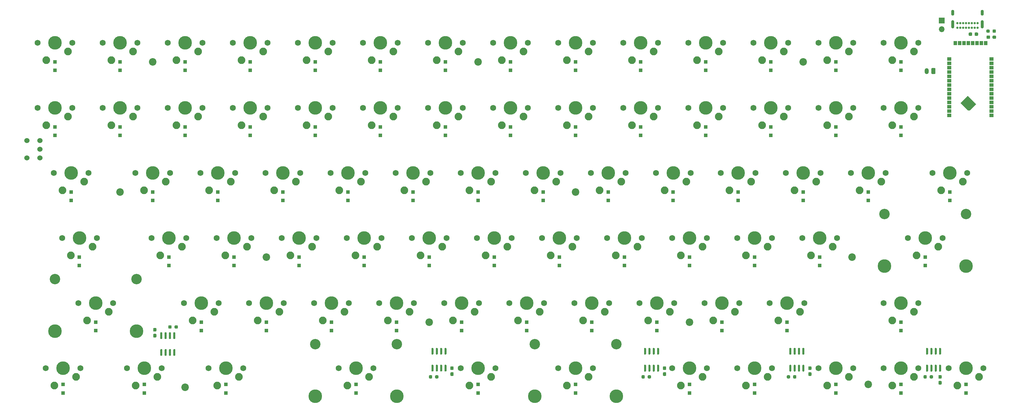
<source format=gbr>
%TF.GenerationSoftware,KiCad,Pcbnew,(5.1.9)-1*%
%TF.CreationDate,2021-08-25T16:21:07-05:00*%
%TF.ProjectId,Full_75,46756c6c-5f37-4352-9e6b-696361645f70,rev?*%
%TF.SameCoordinates,Original*%
%TF.FileFunction,Soldermask,Bot*%
%TF.FilePolarity,Negative*%
%FSLAX46Y46*%
G04 Gerber Fmt 4.6, Leading zero omitted, Abs format (unit mm)*
G04 Created by KiCad (PCBNEW (5.1.9)-1) date 2021-08-25 16:21:07*
%MOMM*%
%LPD*%
G01*
G04 APERTURE LIST*
%ADD10C,2.200000*%
%ADD11C,1.524000*%
%ADD12O,1.200000X1.750000*%
%ADD13C,3.987800*%
%ADD14C,3.048000*%
%ADD15C,1.750000*%
%ADD16C,2.250000*%
%ADD17O,0.900000X1.700000*%
%ADD18O,0.900000X2.400000*%
%ADD19C,0.650000*%
%ADD20C,0.100000*%
%ADD21R,1.200000X1.000000*%
%ADD22R,1.000000X1.200000*%
%ADD23O,1.700000X1.700000*%
%ADD24R,1.700000X1.700000*%
%ADD25R,1.000000X1.000000*%
G04 APERTURE END LIST*
D10*
%TO.C,REF\u002A\u002A*%
X101593472Y-96037579D03*
%TD*%
%TO.C,REF\u002A\u002A*%
X163501994Y-38891251D03*
%TD*%
%TO.C,REF\u002A\u002A*%
X68258114Y-38891251D03*
%TD*%
%TO.C,REF\u002A\u002A*%
X258745874Y-38891251D03*
%TD*%
%TO.C,REF\u002A\u002A*%
X192075158Y-76988803D03*
%TD*%
%TO.C,REF\u002A\u002A*%
X58733726Y-76988803D03*
%TD*%
%TO.C,REF\u002A\u002A*%
X273032456Y-96037579D03*
%TD*%
%TO.C,REF\u002A\u002A*%
X77782502Y-134135131D03*
%TD*%
%TO.C,REF\u002A\u002A*%
X149215412Y-115086355D03*
%TD*%
%TO.C,REF\u002A\u002A*%
X225410516Y-115086355D03*
%TD*%
%TO.C,REF\u002A\u002A*%
X277794650Y-133341432D03*
%TD*%
D11*
%TO.C,J2*%
X35240562Y-61910970D03*
X31481362Y-61910970D03*
X31481362Y-66990970D03*
X35240562Y-64450970D03*
X35240562Y-66990970D03*
%TD*%
D12*
%TO.C,J1*%
X294828562Y-41590970D03*
G36*
G01*
X297428562Y-40965969D02*
X297428562Y-42215971D01*
G75*
G02*
X297178563Y-42465970I-249999J0D01*
G01*
X296478561Y-42465970D01*
G75*
G02*
X296228562Y-42215971I0J249999D01*
G01*
X296228562Y-40965969D01*
G75*
G02*
X296478561Y-40715970I249999J0D01*
G01*
X297178563Y-40715970D01*
G75*
G02*
X297428562Y-40965969I0J-249999D01*
G01*
G37*
%TD*%
D13*
%TO.C,MX93*%
X306401706Y-98737298D03*
X282525706Y-98737298D03*
D14*
X306401706Y-83497298D03*
X282525706Y-83497298D03*
D15*
X289383706Y-90482298D03*
X299543706Y-90482298D03*
D16*
X298273706Y-93022298D03*
D13*
X294463706Y-90482298D03*
D16*
X291923706Y-95562298D03*
%TD*%
D13*
%TO.C,MX45*%
X139725222Y-136834850D03*
X115849222Y-136834850D03*
D14*
X139725222Y-121594850D03*
X115849222Y-121594850D03*
D15*
X122707222Y-128579850D03*
X132867222Y-128579850D03*
D16*
X131597222Y-131119850D03*
D13*
X127787222Y-128579850D03*
D16*
X125247222Y-133659850D03*
%TD*%
D15*
%TO.C,MX33*%
X60797782Y-128579850D03*
X70957782Y-128579850D03*
D16*
X69687782Y-131119850D03*
D13*
X65877782Y-128579850D03*
D16*
X63337782Y-133659850D03*
%TD*%
D17*
%TO.C,USB1*%
X311145562Y-24530970D03*
X302495562Y-24530970D03*
D18*
X311145562Y-27910970D03*
X302495562Y-27910970D03*
D19*
X309800562Y-27565970D03*
X308950562Y-27565970D03*
X308100562Y-27565970D03*
X307250562Y-27565970D03*
X306400562Y-27565970D03*
X305550562Y-27565970D03*
X304700562Y-27565970D03*
X303845562Y-27565970D03*
X309795562Y-28890970D03*
X308945562Y-28890970D03*
X308095562Y-28890970D03*
X307245562Y-28890970D03*
X306395562Y-28890970D03*
X304695562Y-28890970D03*
X303845562Y-28890970D03*
X305545562Y-28890970D03*
%TD*%
%TO.C,U6*%
G36*
G01*
X298915562Y-124610970D02*
X298615562Y-124610970D01*
G75*
G02*
X298465562Y-124460970I0J150000D01*
G01*
X298465562Y-122810970D01*
G75*
G02*
X298615562Y-122660970I150000J0D01*
G01*
X298915562Y-122660970D01*
G75*
G02*
X299065562Y-122810970I0J-150000D01*
G01*
X299065562Y-124460970D01*
G75*
G02*
X298915562Y-124610970I-150000J0D01*
G01*
G37*
G36*
G01*
X297645562Y-124610970D02*
X297345562Y-124610970D01*
G75*
G02*
X297195562Y-124460970I0J150000D01*
G01*
X297195562Y-122810970D01*
G75*
G02*
X297345562Y-122660970I150000J0D01*
G01*
X297645562Y-122660970D01*
G75*
G02*
X297795562Y-122810970I0J-150000D01*
G01*
X297795562Y-124460970D01*
G75*
G02*
X297645562Y-124610970I-150000J0D01*
G01*
G37*
G36*
G01*
X296375562Y-124610970D02*
X296075562Y-124610970D01*
G75*
G02*
X295925562Y-124460970I0J150000D01*
G01*
X295925562Y-122810970D01*
G75*
G02*
X296075562Y-122660970I150000J0D01*
G01*
X296375562Y-122660970D01*
G75*
G02*
X296525562Y-122810970I0J-150000D01*
G01*
X296525562Y-124460970D01*
G75*
G02*
X296375562Y-124610970I-150000J0D01*
G01*
G37*
G36*
G01*
X295105562Y-124610970D02*
X294805562Y-124610970D01*
G75*
G02*
X294655562Y-124460970I0J150000D01*
G01*
X294655562Y-122810970D01*
G75*
G02*
X294805562Y-122660970I150000J0D01*
G01*
X295105562Y-122660970D01*
G75*
G02*
X295255562Y-122810970I0J-150000D01*
G01*
X295255562Y-124460970D01*
G75*
G02*
X295105562Y-124610970I-150000J0D01*
G01*
G37*
G36*
G01*
X295105562Y-129560970D02*
X294805562Y-129560970D01*
G75*
G02*
X294655562Y-129410970I0J150000D01*
G01*
X294655562Y-127760970D01*
G75*
G02*
X294805562Y-127610970I150000J0D01*
G01*
X295105562Y-127610970D01*
G75*
G02*
X295255562Y-127760970I0J-150000D01*
G01*
X295255562Y-129410970D01*
G75*
G02*
X295105562Y-129560970I-150000J0D01*
G01*
G37*
G36*
G01*
X296375562Y-129560970D02*
X296075562Y-129560970D01*
G75*
G02*
X295925562Y-129410970I0J150000D01*
G01*
X295925562Y-127760970D01*
G75*
G02*
X296075562Y-127610970I150000J0D01*
G01*
X296375562Y-127610970D01*
G75*
G02*
X296525562Y-127760970I0J-150000D01*
G01*
X296525562Y-129410970D01*
G75*
G02*
X296375562Y-129560970I-150000J0D01*
G01*
G37*
G36*
G01*
X297645562Y-129560970D02*
X297345562Y-129560970D01*
G75*
G02*
X297195562Y-129410970I0J150000D01*
G01*
X297195562Y-127760970D01*
G75*
G02*
X297345562Y-127610970I150000J0D01*
G01*
X297645562Y-127610970D01*
G75*
G02*
X297795562Y-127760970I0J-150000D01*
G01*
X297795562Y-129410970D01*
G75*
G02*
X297645562Y-129560970I-150000J0D01*
G01*
G37*
G36*
G01*
X298915562Y-129560970D02*
X298615562Y-129560970D01*
G75*
G02*
X298465562Y-129410970I0J150000D01*
G01*
X298465562Y-127760970D01*
G75*
G02*
X298615562Y-127610970I150000J0D01*
G01*
X298915562Y-127610970D01*
G75*
G02*
X299065562Y-127760970I0J-150000D01*
G01*
X299065562Y-129410970D01*
G75*
G02*
X298915562Y-129560970I-150000J0D01*
G01*
G37*
%TD*%
%TO.C,U5*%
G36*
G01*
X258910562Y-124610970D02*
X258610562Y-124610970D01*
G75*
G02*
X258460562Y-124460970I0J150000D01*
G01*
X258460562Y-122810970D01*
G75*
G02*
X258610562Y-122660970I150000J0D01*
G01*
X258910562Y-122660970D01*
G75*
G02*
X259060562Y-122810970I0J-150000D01*
G01*
X259060562Y-124460970D01*
G75*
G02*
X258910562Y-124610970I-150000J0D01*
G01*
G37*
G36*
G01*
X257640562Y-124610970D02*
X257340562Y-124610970D01*
G75*
G02*
X257190562Y-124460970I0J150000D01*
G01*
X257190562Y-122810970D01*
G75*
G02*
X257340562Y-122660970I150000J0D01*
G01*
X257640562Y-122660970D01*
G75*
G02*
X257790562Y-122810970I0J-150000D01*
G01*
X257790562Y-124460970D01*
G75*
G02*
X257640562Y-124610970I-150000J0D01*
G01*
G37*
G36*
G01*
X256370562Y-124610970D02*
X256070562Y-124610970D01*
G75*
G02*
X255920562Y-124460970I0J150000D01*
G01*
X255920562Y-122810970D01*
G75*
G02*
X256070562Y-122660970I150000J0D01*
G01*
X256370562Y-122660970D01*
G75*
G02*
X256520562Y-122810970I0J-150000D01*
G01*
X256520562Y-124460970D01*
G75*
G02*
X256370562Y-124610970I-150000J0D01*
G01*
G37*
G36*
G01*
X255100562Y-124610970D02*
X254800562Y-124610970D01*
G75*
G02*
X254650562Y-124460970I0J150000D01*
G01*
X254650562Y-122810970D01*
G75*
G02*
X254800562Y-122660970I150000J0D01*
G01*
X255100562Y-122660970D01*
G75*
G02*
X255250562Y-122810970I0J-150000D01*
G01*
X255250562Y-124460970D01*
G75*
G02*
X255100562Y-124610970I-150000J0D01*
G01*
G37*
G36*
G01*
X255100562Y-129560970D02*
X254800562Y-129560970D01*
G75*
G02*
X254650562Y-129410970I0J150000D01*
G01*
X254650562Y-127760970D01*
G75*
G02*
X254800562Y-127610970I150000J0D01*
G01*
X255100562Y-127610970D01*
G75*
G02*
X255250562Y-127760970I0J-150000D01*
G01*
X255250562Y-129410970D01*
G75*
G02*
X255100562Y-129560970I-150000J0D01*
G01*
G37*
G36*
G01*
X256370562Y-129560970D02*
X256070562Y-129560970D01*
G75*
G02*
X255920562Y-129410970I0J150000D01*
G01*
X255920562Y-127760970D01*
G75*
G02*
X256070562Y-127610970I150000J0D01*
G01*
X256370562Y-127610970D01*
G75*
G02*
X256520562Y-127760970I0J-150000D01*
G01*
X256520562Y-129410970D01*
G75*
G02*
X256370562Y-129560970I-150000J0D01*
G01*
G37*
G36*
G01*
X257640562Y-129560970D02*
X257340562Y-129560970D01*
G75*
G02*
X257190562Y-129410970I0J150000D01*
G01*
X257190562Y-127760970D01*
G75*
G02*
X257340562Y-127610970I150000J0D01*
G01*
X257640562Y-127610970D01*
G75*
G02*
X257790562Y-127760970I0J-150000D01*
G01*
X257790562Y-129410970D01*
G75*
G02*
X257640562Y-129560970I-150000J0D01*
G01*
G37*
G36*
G01*
X258910562Y-129560970D02*
X258610562Y-129560970D01*
G75*
G02*
X258460562Y-129410970I0J150000D01*
G01*
X258460562Y-127760970D01*
G75*
G02*
X258610562Y-127610970I150000J0D01*
G01*
X258910562Y-127610970D01*
G75*
G02*
X259060562Y-127760970I0J-150000D01*
G01*
X259060562Y-129410970D01*
G75*
G02*
X258910562Y-129560970I-150000J0D01*
G01*
G37*
%TD*%
%TO.C,U4*%
G36*
G01*
X216365562Y-124610970D02*
X216065562Y-124610970D01*
G75*
G02*
X215915562Y-124460970I0J150000D01*
G01*
X215915562Y-122810970D01*
G75*
G02*
X216065562Y-122660970I150000J0D01*
G01*
X216365562Y-122660970D01*
G75*
G02*
X216515562Y-122810970I0J-150000D01*
G01*
X216515562Y-124460970D01*
G75*
G02*
X216365562Y-124610970I-150000J0D01*
G01*
G37*
G36*
G01*
X215095562Y-124610970D02*
X214795562Y-124610970D01*
G75*
G02*
X214645562Y-124460970I0J150000D01*
G01*
X214645562Y-122810970D01*
G75*
G02*
X214795562Y-122660970I150000J0D01*
G01*
X215095562Y-122660970D01*
G75*
G02*
X215245562Y-122810970I0J-150000D01*
G01*
X215245562Y-124460970D01*
G75*
G02*
X215095562Y-124610970I-150000J0D01*
G01*
G37*
G36*
G01*
X213825562Y-124610970D02*
X213525562Y-124610970D01*
G75*
G02*
X213375562Y-124460970I0J150000D01*
G01*
X213375562Y-122810970D01*
G75*
G02*
X213525562Y-122660970I150000J0D01*
G01*
X213825562Y-122660970D01*
G75*
G02*
X213975562Y-122810970I0J-150000D01*
G01*
X213975562Y-124460970D01*
G75*
G02*
X213825562Y-124610970I-150000J0D01*
G01*
G37*
G36*
G01*
X212555562Y-124610970D02*
X212255562Y-124610970D01*
G75*
G02*
X212105562Y-124460970I0J150000D01*
G01*
X212105562Y-122810970D01*
G75*
G02*
X212255562Y-122660970I150000J0D01*
G01*
X212555562Y-122660970D01*
G75*
G02*
X212705562Y-122810970I0J-150000D01*
G01*
X212705562Y-124460970D01*
G75*
G02*
X212555562Y-124610970I-150000J0D01*
G01*
G37*
G36*
G01*
X212555562Y-129560970D02*
X212255562Y-129560970D01*
G75*
G02*
X212105562Y-129410970I0J150000D01*
G01*
X212105562Y-127760970D01*
G75*
G02*
X212255562Y-127610970I150000J0D01*
G01*
X212555562Y-127610970D01*
G75*
G02*
X212705562Y-127760970I0J-150000D01*
G01*
X212705562Y-129410970D01*
G75*
G02*
X212555562Y-129560970I-150000J0D01*
G01*
G37*
G36*
G01*
X213825562Y-129560970D02*
X213525562Y-129560970D01*
G75*
G02*
X213375562Y-129410970I0J150000D01*
G01*
X213375562Y-127760970D01*
G75*
G02*
X213525562Y-127610970I150000J0D01*
G01*
X213825562Y-127610970D01*
G75*
G02*
X213975562Y-127760970I0J-150000D01*
G01*
X213975562Y-129410970D01*
G75*
G02*
X213825562Y-129560970I-150000J0D01*
G01*
G37*
G36*
G01*
X215095562Y-129560970D02*
X214795562Y-129560970D01*
G75*
G02*
X214645562Y-129410970I0J150000D01*
G01*
X214645562Y-127760970D01*
G75*
G02*
X214795562Y-127610970I150000J0D01*
G01*
X215095562Y-127610970D01*
G75*
G02*
X215245562Y-127760970I0J-150000D01*
G01*
X215245562Y-129410970D01*
G75*
G02*
X215095562Y-129560970I-150000J0D01*
G01*
G37*
G36*
G01*
X216365562Y-129560970D02*
X216065562Y-129560970D01*
G75*
G02*
X215915562Y-129410970I0J150000D01*
G01*
X215915562Y-127760970D01*
G75*
G02*
X216065562Y-127610970I150000J0D01*
G01*
X216365562Y-127610970D01*
G75*
G02*
X216515562Y-127760970I0J-150000D01*
G01*
X216515562Y-129410970D01*
G75*
G02*
X216365562Y-129560970I-150000J0D01*
G01*
G37*
%TD*%
%TO.C,U3*%
G36*
G01*
X154127606Y-124604238D02*
X153827606Y-124604238D01*
G75*
G02*
X153677606Y-124454238I0J150000D01*
G01*
X153677606Y-122804238D01*
G75*
G02*
X153827606Y-122654238I150000J0D01*
G01*
X154127606Y-122654238D01*
G75*
G02*
X154277606Y-122804238I0J-150000D01*
G01*
X154277606Y-124454238D01*
G75*
G02*
X154127606Y-124604238I-150000J0D01*
G01*
G37*
G36*
G01*
X152857606Y-124604238D02*
X152557606Y-124604238D01*
G75*
G02*
X152407606Y-124454238I0J150000D01*
G01*
X152407606Y-122804238D01*
G75*
G02*
X152557606Y-122654238I150000J0D01*
G01*
X152857606Y-122654238D01*
G75*
G02*
X153007606Y-122804238I0J-150000D01*
G01*
X153007606Y-124454238D01*
G75*
G02*
X152857606Y-124604238I-150000J0D01*
G01*
G37*
G36*
G01*
X151587606Y-124604238D02*
X151287606Y-124604238D01*
G75*
G02*
X151137606Y-124454238I0J150000D01*
G01*
X151137606Y-122804238D01*
G75*
G02*
X151287606Y-122654238I150000J0D01*
G01*
X151587606Y-122654238D01*
G75*
G02*
X151737606Y-122804238I0J-150000D01*
G01*
X151737606Y-124454238D01*
G75*
G02*
X151587606Y-124604238I-150000J0D01*
G01*
G37*
G36*
G01*
X150317606Y-124604238D02*
X150017606Y-124604238D01*
G75*
G02*
X149867606Y-124454238I0J150000D01*
G01*
X149867606Y-122804238D01*
G75*
G02*
X150017606Y-122654238I150000J0D01*
G01*
X150317606Y-122654238D01*
G75*
G02*
X150467606Y-122804238I0J-150000D01*
G01*
X150467606Y-124454238D01*
G75*
G02*
X150317606Y-124604238I-150000J0D01*
G01*
G37*
G36*
G01*
X150317606Y-129554238D02*
X150017606Y-129554238D01*
G75*
G02*
X149867606Y-129404238I0J150000D01*
G01*
X149867606Y-127754238D01*
G75*
G02*
X150017606Y-127604238I150000J0D01*
G01*
X150317606Y-127604238D01*
G75*
G02*
X150467606Y-127754238I0J-150000D01*
G01*
X150467606Y-129404238D01*
G75*
G02*
X150317606Y-129554238I-150000J0D01*
G01*
G37*
G36*
G01*
X151587606Y-129554238D02*
X151287606Y-129554238D01*
G75*
G02*
X151137606Y-129404238I0J150000D01*
G01*
X151137606Y-127754238D01*
G75*
G02*
X151287606Y-127604238I150000J0D01*
G01*
X151587606Y-127604238D01*
G75*
G02*
X151737606Y-127754238I0J-150000D01*
G01*
X151737606Y-129404238D01*
G75*
G02*
X151587606Y-129554238I-150000J0D01*
G01*
G37*
G36*
G01*
X152857606Y-129554238D02*
X152557606Y-129554238D01*
G75*
G02*
X152407606Y-129404238I0J150000D01*
G01*
X152407606Y-127754238D01*
G75*
G02*
X152557606Y-127604238I150000J0D01*
G01*
X152857606Y-127604238D01*
G75*
G02*
X153007606Y-127754238I0J-150000D01*
G01*
X153007606Y-129404238D01*
G75*
G02*
X152857606Y-129554238I-150000J0D01*
G01*
G37*
G36*
G01*
X154127606Y-129554238D02*
X153827606Y-129554238D01*
G75*
G02*
X153677606Y-129404238I0J150000D01*
G01*
X153677606Y-127754238D01*
G75*
G02*
X153827606Y-127604238I150000J0D01*
G01*
X154127606Y-127604238D01*
G75*
G02*
X154277606Y-127754238I0J-150000D01*
G01*
X154277606Y-129404238D01*
G75*
G02*
X154127606Y-129554238I-150000J0D01*
G01*
G37*
%TD*%
%TO.C,U2*%
G36*
G01*
X70650562Y-123029850D02*
X70950562Y-123029850D01*
G75*
G02*
X71100562Y-123179850I0J-150000D01*
G01*
X71100562Y-124829850D01*
G75*
G02*
X70950562Y-124979850I-150000J0D01*
G01*
X70650562Y-124979850D01*
G75*
G02*
X70500562Y-124829850I0J150000D01*
G01*
X70500562Y-123179850D01*
G75*
G02*
X70650562Y-123029850I150000J0D01*
G01*
G37*
G36*
G01*
X71920562Y-123029850D02*
X72220562Y-123029850D01*
G75*
G02*
X72370562Y-123179850I0J-150000D01*
G01*
X72370562Y-124829850D01*
G75*
G02*
X72220562Y-124979850I-150000J0D01*
G01*
X71920562Y-124979850D01*
G75*
G02*
X71770562Y-124829850I0J150000D01*
G01*
X71770562Y-123179850D01*
G75*
G02*
X71920562Y-123029850I150000J0D01*
G01*
G37*
G36*
G01*
X73190562Y-123029850D02*
X73490562Y-123029850D01*
G75*
G02*
X73640562Y-123179850I0J-150000D01*
G01*
X73640562Y-124829850D01*
G75*
G02*
X73490562Y-124979850I-150000J0D01*
G01*
X73190562Y-124979850D01*
G75*
G02*
X73040562Y-124829850I0J150000D01*
G01*
X73040562Y-123179850D01*
G75*
G02*
X73190562Y-123029850I150000J0D01*
G01*
G37*
G36*
G01*
X74460562Y-123029850D02*
X74760562Y-123029850D01*
G75*
G02*
X74910562Y-123179850I0J-150000D01*
G01*
X74910562Y-124829850D01*
G75*
G02*
X74760562Y-124979850I-150000J0D01*
G01*
X74460562Y-124979850D01*
G75*
G02*
X74310562Y-124829850I0J150000D01*
G01*
X74310562Y-123179850D01*
G75*
G02*
X74460562Y-123029850I150000J0D01*
G01*
G37*
G36*
G01*
X74460562Y-118079850D02*
X74760562Y-118079850D01*
G75*
G02*
X74910562Y-118229850I0J-150000D01*
G01*
X74910562Y-119879850D01*
G75*
G02*
X74760562Y-120029850I-150000J0D01*
G01*
X74460562Y-120029850D01*
G75*
G02*
X74310562Y-119879850I0J150000D01*
G01*
X74310562Y-118229850D01*
G75*
G02*
X74460562Y-118079850I150000J0D01*
G01*
G37*
G36*
G01*
X73190562Y-118079850D02*
X73490562Y-118079850D01*
G75*
G02*
X73640562Y-118229850I0J-150000D01*
G01*
X73640562Y-119879850D01*
G75*
G02*
X73490562Y-120029850I-150000J0D01*
G01*
X73190562Y-120029850D01*
G75*
G02*
X73040562Y-119879850I0J150000D01*
G01*
X73040562Y-118229850D01*
G75*
G02*
X73190562Y-118079850I150000J0D01*
G01*
G37*
G36*
G01*
X71920562Y-118079850D02*
X72220562Y-118079850D01*
G75*
G02*
X72370562Y-118229850I0J-150000D01*
G01*
X72370562Y-119879850D01*
G75*
G02*
X72220562Y-120029850I-150000J0D01*
G01*
X71920562Y-120029850D01*
G75*
G02*
X71770562Y-119879850I0J150000D01*
G01*
X71770562Y-118229850D01*
G75*
G02*
X71920562Y-118079850I150000J0D01*
G01*
G37*
G36*
G01*
X70650562Y-118079850D02*
X70950562Y-118079850D01*
G75*
G02*
X71100562Y-118229850I0J-150000D01*
G01*
X71100562Y-119879850D01*
G75*
G02*
X70950562Y-120029850I-150000J0D01*
G01*
X70650562Y-120029850D01*
G75*
G02*
X70500562Y-119879850I0J150000D01*
G01*
X70500562Y-118229850D01*
G75*
G02*
X70650562Y-118079850I150000J0D01*
G01*
G37*
%TD*%
D20*
%TO.C,U1*%
G36*
X309315611Y-51305368D02*
G01*
X309315608Y-51305377D01*
X309315604Y-51305386D01*
X309315597Y-51305393D01*
X307525597Y-53105393D01*
X307525590Y-53105399D01*
X307525581Y-53105404D01*
X307525572Y-53105407D01*
X307525562Y-53105408D01*
X306855562Y-53105408D01*
X306855552Y-53105407D01*
X306855543Y-53105404D01*
X306855534Y-53105400D01*
X304735520Y-50985386D01*
X304735516Y-50985377D01*
X304735513Y-50985368D01*
X304735512Y-50985358D01*
X304735513Y-50985348D01*
X304735516Y-50985339D01*
X304735520Y-50985330D01*
X304735527Y-50985323D01*
X306855527Y-48855323D01*
X306855534Y-48855316D01*
X306855543Y-48855312D01*
X306855552Y-48855309D01*
X306855562Y-48855308D01*
X306855572Y-48855309D01*
X306855581Y-48855312D01*
X306855590Y-48855316D01*
X306855597Y-48855323D01*
X309315597Y-51305323D01*
X309315604Y-51305330D01*
X309315608Y-51305339D01*
X309315611Y-51305348D01*
X309315612Y-51305358D01*
X309315611Y-51305368D01*
G37*
D21*
X313835562Y-38110558D03*
X313835562Y-39380558D03*
X313835562Y-40650558D03*
X313835562Y-41920558D03*
X313835562Y-43190558D03*
X313835562Y-44460558D03*
X313835562Y-45730558D03*
X313835562Y-47000558D03*
X313835562Y-48270558D03*
X313835562Y-49540558D03*
X313835562Y-50810558D03*
X313835562Y-52080558D03*
X313835562Y-53350558D03*
X313835562Y-54620558D03*
X301495562Y-38099258D03*
X301495562Y-39369258D03*
X301495562Y-40639258D03*
X301495562Y-41909258D03*
X301495562Y-43179258D03*
X301495562Y-44449258D03*
X301495562Y-45719258D03*
X301495562Y-46989258D03*
X301495562Y-48259258D03*
X301495562Y-49529258D03*
X301495562Y-50799258D03*
X301495562Y-52069258D03*
X301495562Y-53339258D03*
X301495562Y-54609258D03*
D22*
X303210562Y-33435358D03*
X304480562Y-33435358D03*
X305750562Y-33435358D03*
X307020562Y-33435358D03*
X308290562Y-33435358D03*
X309560562Y-33435358D03*
X310830562Y-33435358D03*
X312100562Y-33435358D03*
%TD*%
D23*
%TO.C,SW1*%
X299224523Y-29366863D03*
D24*
X299224523Y-26826863D03*
%TD*%
%TO.C,R8*%
G36*
G01*
X295738062Y-131363470D02*
X295738062Y-130888470D01*
G75*
G02*
X295975562Y-130650970I237500J0D01*
G01*
X296475562Y-130650970D01*
G75*
G02*
X296713062Y-130888470I0J-237500D01*
G01*
X296713062Y-131363470D01*
G75*
G02*
X296475562Y-131600970I-237500J0D01*
G01*
X295975562Y-131600970D01*
G75*
G02*
X295738062Y-131363470I0J237500D01*
G01*
G37*
G36*
G01*
X293913062Y-131363470D02*
X293913062Y-130888470D01*
G75*
G02*
X294150562Y-130650970I237500J0D01*
G01*
X294650562Y-130650970D01*
G75*
G02*
X294888062Y-130888470I0J-237500D01*
G01*
X294888062Y-131363470D01*
G75*
G02*
X294650562Y-131600970I-237500J0D01*
G01*
X294150562Y-131600970D01*
G75*
G02*
X293913062Y-131363470I0J237500D01*
G01*
G37*
%TD*%
%TO.C,R7*%
G36*
G01*
X255733062Y-131363470D02*
X255733062Y-130888470D01*
G75*
G02*
X255970562Y-130650970I237500J0D01*
G01*
X256470562Y-130650970D01*
G75*
G02*
X256708062Y-130888470I0J-237500D01*
G01*
X256708062Y-131363470D01*
G75*
G02*
X256470562Y-131600970I-237500J0D01*
G01*
X255970562Y-131600970D01*
G75*
G02*
X255733062Y-131363470I0J237500D01*
G01*
G37*
G36*
G01*
X253908062Y-131363470D02*
X253908062Y-130888470D01*
G75*
G02*
X254145562Y-130650970I237500J0D01*
G01*
X254645562Y-130650970D01*
G75*
G02*
X254883062Y-130888470I0J-237500D01*
G01*
X254883062Y-131363470D01*
G75*
G02*
X254645562Y-131600970I-237500J0D01*
G01*
X254145562Y-131600970D01*
G75*
G02*
X253908062Y-131363470I0J237500D01*
G01*
G37*
%TD*%
%TO.C,R6*%
G36*
G01*
X213188062Y-131363470D02*
X213188062Y-130888470D01*
G75*
G02*
X213425562Y-130650970I237500J0D01*
G01*
X213925562Y-130650970D01*
G75*
G02*
X214163062Y-130888470I0J-237500D01*
G01*
X214163062Y-131363470D01*
G75*
G02*
X213925562Y-131600970I-237500J0D01*
G01*
X213425562Y-131600970D01*
G75*
G02*
X213188062Y-131363470I0J237500D01*
G01*
G37*
G36*
G01*
X211363062Y-131363470D02*
X211363062Y-130888470D01*
G75*
G02*
X211600562Y-130650970I237500J0D01*
G01*
X212100562Y-130650970D01*
G75*
G02*
X212338062Y-130888470I0J-237500D01*
G01*
X212338062Y-131363470D01*
G75*
G02*
X212100562Y-131600970I-237500J0D01*
G01*
X211600562Y-131600970D01*
G75*
G02*
X211363062Y-131363470I0J237500D01*
G01*
G37*
%TD*%
%TO.C,R5*%
G36*
G01*
X150958062Y-131363470D02*
X150958062Y-130888470D01*
G75*
G02*
X151195562Y-130650970I237500J0D01*
G01*
X151695562Y-130650970D01*
G75*
G02*
X151933062Y-130888470I0J-237500D01*
G01*
X151933062Y-131363470D01*
G75*
G02*
X151695562Y-131600970I-237500J0D01*
G01*
X151195562Y-131600970D01*
G75*
G02*
X150958062Y-131363470I0J237500D01*
G01*
G37*
G36*
G01*
X149133062Y-131363470D02*
X149133062Y-130888470D01*
G75*
G02*
X149370562Y-130650970I237500J0D01*
G01*
X149870562Y-130650970D01*
G75*
G02*
X150108062Y-130888470I0J-237500D01*
G01*
X150108062Y-131363470D01*
G75*
G02*
X149870562Y-131600970I-237500J0D01*
G01*
X149370562Y-131600970D01*
G75*
G02*
X149133062Y-131363470I0J237500D01*
G01*
G37*
%TD*%
%TO.C,R4*%
G36*
G01*
X73828062Y-116283470D02*
X73828062Y-116758470D01*
G75*
G02*
X73590562Y-116995970I-237500J0D01*
G01*
X73090562Y-116995970D01*
G75*
G02*
X72853062Y-116758470I0J237500D01*
G01*
X72853062Y-116283470D01*
G75*
G02*
X73090562Y-116045970I237500J0D01*
G01*
X73590562Y-116045970D01*
G75*
G02*
X73828062Y-116283470I0J-237500D01*
G01*
G37*
G36*
G01*
X75653062Y-116283470D02*
X75653062Y-116758470D01*
G75*
G02*
X75415562Y-116995970I-237500J0D01*
G01*
X74915562Y-116995970D01*
G75*
G02*
X74678062Y-116758470I0J237500D01*
G01*
X74678062Y-116283470D01*
G75*
G02*
X74915562Y-116045970I237500J0D01*
G01*
X75415562Y-116045970D01*
G75*
G02*
X75653062Y-116283470I0J-237500D01*
G01*
G37*
%TD*%
%TO.C,R3*%
G36*
G01*
X314153062Y-30144470D02*
X314153062Y-29669470D01*
G75*
G02*
X314390562Y-29431970I237500J0D01*
G01*
X314890562Y-29431970D01*
G75*
G02*
X315128062Y-29669470I0J-237500D01*
G01*
X315128062Y-30144470D01*
G75*
G02*
X314890562Y-30381970I-237500J0D01*
G01*
X314390562Y-30381970D01*
G75*
G02*
X314153062Y-30144470I0J237500D01*
G01*
G37*
G36*
G01*
X312328062Y-30144470D02*
X312328062Y-29669470D01*
G75*
G02*
X312565562Y-29431970I237500J0D01*
G01*
X313065562Y-29431970D01*
G75*
G02*
X313303062Y-29669470I0J-237500D01*
G01*
X313303062Y-30144470D01*
G75*
G02*
X313065562Y-30381970I-237500J0D01*
G01*
X312565562Y-30381970D01*
G75*
G02*
X312328062Y-30144470I0J237500D01*
G01*
G37*
%TD*%
D15*
%TO.C,MX99*%
X282239650Y-52384746D03*
X292399650Y-52384746D03*
D16*
X291129650Y-54924746D03*
D13*
X287319650Y-52384746D03*
D16*
X284779650Y-57464746D03*
%TD*%
D15*
%TO.C,MX98*%
X282239650Y-33335970D03*
X292399650Y-33335970D03*
D16*
X291129650Y-35875970D03*
D13*
X287319650Y-33335970D03*
D16*
X284779650Y-38415970D03*
%TD*%
D15*
%TO.C,MX97*%
X301288426Y-128579850D03*
X311448426Y-128579850D03*
D16*
X310178426Y-131119850D03*
D13*
X306368426Y-128579850D03*
D16*
X303828426Y-133659850D03*
%TD*%
D15*
%TO.C,MX96*%
X296526538Y-71433522D03*
X306686538Y-71433522D03*
D16*
X305416538Y-73973522D03*
D13*
X301606538Y-71433522D03*
D16*
X299066538Y-76513522D03*
%TD*%
D15*
%TO.C,MX95*%
X282239650Y-128579850D03*
X292399650Y-128579850D03*
D16*
X291129650Y-131119850D03*
D13*
X287319650Y-128579850D03*
D16*
X284779650Y-133659850D03*
%TD*%
D15*
%TO.C,MX94*%
X282239650Y-109531074D03*
X292399650Y-109531074D03*
D16*
X291129650Y-112071074D03*
D13*
X287319650Y-109531074D03*
D16*
X284779650Y-114611074D03*
%TD*%
D15*
%TO.C,MX92*%
X272715262Y-71433522D03*
X282875262Y-71433522D03*
D16*
X281605262Y-73973522D03*
D13*
X277795262Y-71433522D03*
D16*
X275255262Y-76513522D03*
%TD*%
D15*
%TO.C,MX91*%
X263190874Y-52384746D03*
X273350874Y-52384746D03*
D16*
X272080874Y-54924746D03*
D13*
X268270874Y-52384746D03*
D16*
X265730874Y-57464746D03*
%TD*%
D15*
%TO.C,MX90*%
X263190874Y-33335970D03*
X273350874Y-33335970D03*
D16*
X272080874Y-35875970D03*
D13*
X268270874Y-33335970D03*
D16*
X265730874Y-38415970D03*
%TD*%
D15*
%TO.C,MX89*%
X258428680Y-90482298D03*
X268588680Y-90482298D03*
D16*
X267318680Y-93022298D03*
D13*
X263508680Y-90482298D03*
D16*
X260968680Y-95562298D03*
%TD*%
D15*
%TO.C,MX88*%
X253666486Y-71433522D03*
X263826486Y-71433522D03*
D16*
X262556486Y-73973522D03*
D13*
X258746486Y-71433522D03*
D16*
X256206486Y-76513522D03*
%TD*%
D15*
%TO.C,MX87*%
X244142098Y-52384746D03*
X254302098Y-52384746D03*
D16*
X253032098Y-54924746D03*
D13*
X249222098Y-52384746D03*
D16*
X246682098Y-57464746D03*
%TD*%
D15*
%TO.C,MX86*%
X244142098Y-33335970D03*
X254302098Y-33335970D03*
D16*
X253032098Y-35875970D03*
D13*
X249222098Y-33335970D03*
D16*
X246682098Y-38415970D03*
%TD*%
D15*
%TO.C,MX85*%
X263190874Y-128579850D03*
X273350874Y-128579850D03*
D16*
X272080874Y-131119850D03*
D13*
X268270874Y-128579850D03*
D16*
X265730874Y-133659850D03*
%TD*%
D15*
%TO.C,MX84*%
X248904292Y-109531074D03*
X259064292Y-109531074D03*
D16*
X257794292Y-112071074D03*
D13*
X253984292Y-109531074D03*
D16*
X251444292Y-114611074D03*
%TD*%
D15*
%TO.C,MX83*%
X239379904Y-90482298D03*
X249539904Y-90482298D03*
D16*
X248269904Y-93022298D03*
D13*
X244459904Y-90482298D03*
D16*
X241919904Y-95562298D03*
%TD*%
D15*
%TO.C,MX82*%
X234617710Y-71433522D03*
X244777710Y-71433522D03*
D16*
X243507710Y-73973522D03*
D13*
X239697710Y-71433522D03*
D16*
X237157710Y-76513522D03*
%TD*%
D15*
%TO.C,MX81*%
X225093322Y-52384746D03*
X235253322Y-52384746D03*
D16*
X233983322Y-54924746D03*
D13*
X230173322Y-52384746D03*
D16*
X227633322Y-57464746D03*
%TD*%
D15*
%TO.C,MX80*%
X225093322Y-33335970D03*
X235253322Y-33335970D03*
D16*
X233983322Y-35875970D03*
D13*
X230173322Y-33335970D03*
D16*
X227633322Y-38415970D03*
%TD*%
D15*
%TO.C,MX79*%
X239379904Y-128579850D03*
X249539904Y-128579850D03*
D16*
X248269904Y-131119850D03*
D13*
X244459904Y-128579850D03*
D16*
X241919904Y-133659850D03*
%TD*%
D15*
%TO.C,MX78*%
X229855516Y-109531074D03*
X240015516Y-109531074D03*
D16*
X238745516Y-112071074D03*
D13*
X234935516Y-109531074D03*
D16*
X232395516Y-114611074D03*
%TD*%
D15*
%TO.C,MX77*%
X220331128Y-90482298D03*
X230491128Y-90482298D03*
D16*
X229221128Y-93022298D03*
D13*
X225411128Y-90482298D03*
D16*
X222871128Y-95562298D03*
%TD*%
D15*
%TO.C,MX76*%
X215568934Y-71433522D03*
X225728934Y-71433522D03*
D16*
X224458934Y-73973522D03*
D13*
X220648934Y-71433522D03*
D16*
X218108934Y-76513522D03*
%TD*%
D15*
%TO.C,MX75*%
X206044546Y-52384746D03*
X216204546Y-52384746D03*
D16*
X214934546Y-54924746D03*
D13*
X211124546Y-52384746D03*
D16*
X208584546Y-57464746D03*
%TD*%
D15*
%TO.C,MX74*%
X206044546Y-33335970D03*
X216204546Y-33335970D03*
D16*
X214934546Y-35875970D03*
D13*
X211124546Y-33335970D03*
D16*
X208584546Y-38415970D03*
%TD*%
D15*
%TO.C,MX73*%
X220331128Y-128579850D03*
X230491128Y-128579850D03*
D16*
X229221128Y-131119850D03*
D13*
X225411128Y-128579850D03*
D16*
X222871128Y-133659850D03*
%TD*%
D15*
%TO.C,MX72*%
X210806740Y-109531074D03*
X220966740Y-109531074D03*
D16*
X219696740Y-112071074D03*
D13*
X215886740Y-109531074D03*
D16*
X213346740Y-114611074D03*
%TD*%
D15*
%TO.C,MX71*%
X201282352Y-90482298D03*
X211442352Y-90482298D03*
D16*
X210172352Y-93022298D03*
D13*
X206362352Y-90482298D03*
D16*
X203822352Y-95562298D03*
%TD*%
D15*
%TO.C,MX70*%
X196520158Y-71433522D03*
X206680158Y-71433522D03*
D16*
X205410158Y-73973522D03*
D13*
X201600158Y-71433522D03*
D16*
X199060158Y-76513522D03*
%TD*%
D15*
%TO.C,MX69*%
X186995770Y-52384746D03*
X197155770Y-52384746D03*
D16*
X195885770Y-54924746D03*
D13*
X192075770Y-52384746D03*
D16*
X189535770Y-57464746D03*
%TD*%
D15*
%TO.C,MX68*%
X186995770Y-33335970D03*
X197155770Y-33335970D03*
D16*
X195885770Y-35875970D03*
D13*
X192075770Y-33335970D03*
D16*
X189535770Y-38415970D03*
%TD*%
D15*
%TO.C,MX67*%
X191757964Y-109531074D03*
X201917964Y-109531074D03*
D16*
X200647964Y-112071074D03*
D13*
X196837964Y-109531074D03*
D16*
X194297964Y-114611074D03*
%TD*%
D15*
%TO.C,MX66*%
X182233576Y-90482298D03*
X192393576Y-90482298D03*
D16*
X191123576Y-93022298D03*
D13*
X187313576Y-90482298D03*
D16*
X184773576Y-95562298D03*
%TD*%
D15*
%TO.C,MX65*%
X177471382Y-71433522D03*
X187631382Y-71433522D03*
D16*
X186361382Y-73973522D03*
D13*
X182551382Y-71433522D03*
D16*
X180011382Y-76513522D03*
%TD*%
D15*
%TO.C,MX64*%
X167946994Y-52384746D03*
X178106994Y-52384746D03*
D16*
X176836994Y-54924746D03*
D13*
X173026994Y-52384746D03*
D16*
X170486994Y-57464746D03*
%TD*%
D15*
%TO.C,MX63*%
X167946994Y-33335970D03*
X178106994Y-33335970D03*
D16*
X176836994Y-35875970D03*
D13*
X173026994Y-33335970D03*
D16*
X170486994Y-38415970D03*
%TD*%
%TO.C,MX62*%
X189536382Y-133659850D03*
D13*
X192076382Y-128579850D03*
D16*
X195886382Y-131119850D03*
D15*
X197156382Y-128579850D03*
X186996382Y-128579850D03*
D14*
X180138382Y-121594850D03*
X204014382Y-121594850D03*
D13*
X180138382Y-136834850D03*
X204014382Y-136834850D03*
%TD*%
D15*
%TO.C,MX61*%
X172709188Y-109531074D03*
X182869188Y-109531074D03*
D16*
X181599188Y-112071074D03*
D13*
X177789188Y-109531074D03*
D16*
X175249188Y-114611074D03*
%TD*%
D15*
%TO.C,MX60*%
X163184800Y-90482298D03*
X173344800Y-90482298D03*
D16*
X172074800Y-93022298D03*
D13*
X168264800Y-90482298D03*
D16*
X165724800Y-95562298D03*
%TD*%
D15*
%TO.C,MX59*%
X158422606Y-71433522D03*
X168582606Y-71433522D03*
D16*
X167312606Y-73973522D03*
D13*
X163502606Y-71433522D03*
D16*
X160962606Y-76513522D03*
%TD*%
D15*
%TO.C,MX58*%
X148898218Y-52384746D03*
X159058218Y-52384746D03*
D16*
X157788218Y-54924746D03*
D13*
X153978218Y-52384746D03*
D16*
X151438218Y-57464746D03*
%TD*%
D15*
%TO.C,MX57*%
X148898218Y-33335970D03*
X159058218Y-33335970D03*
D16*
X157788218Y-35875970D03*
D13*
X153978218Y-33335970D03*
D16*
X151438218Y-38415970D03*
%TD*%
D15*
%TO.C,MX56*%
X158422606Y-128579850D03*
X168582606Y-128579850D03*
D16*
X167312606Y-131119850D03*
D13*
X163502606Y-128579850D03*
D16*
X160962606Y-133659850D03*
%TD*%
D15*
%TO.C,MX55*%
X153660412Y-109531074D03*
X163820412Y-109531074D03*
D16*
X162550412Y-112071074D03*
D13*
X158740412Y-109531074D03*
D16*
X156200412Y-114611074D03*
%TD*%
D15*
%TO.C,MX54*%
X144136024Y-90482298D03*
X154296024Y-90482298D03*
D16*
X153026024Y-93022298D03*
D13*
X149216024Y-90482298D03*
D16*
X146676024Y-95562298D03*
%TD*%
D15*
%TO.C,MX53*%
X139373830Y-71433522D03*
X149533830Y-71433522D03*
D16*
X148263830Y-73973522D03*
D13*
X144453830Y-71433522D03*
D16*
X141913830Y-76513522D03*
%TD*%
D15*
%TO.C,MX52*%
X129849442Y-52384746D03*
X140009442Y-52384746D03*
D16*
X138739442Y-54924746D03*
D13*
X134929442Y-52384746D03*
D16*
X132389442Y-57464746D03*
%TD*%
D15*
%TO.C,MX51*%
X129849442Y-33335970D03*
X140009442Y-33335970D03*
D16*
X138739442Y-35875970D03*
D13*
X134929442Y-33335970D03*
D16*
X132389442Y-38415970D03*
%TD*%
D15*
%TO.C,MX50*%
X134611636Y-109531074D03*
X144771636Y-109531074D03*
D16*
X143501636Y-112071074D03*
D13*
X139691636Y-109531074D03*
D16*
X137151636Y-114611074D03*
%TD*%
D15*
%TO.C,MX49*%
X125087248Y-90482298D03*
X135247248Y-90482298D03*
D16*
X133977248Y-93022298D03*
D13*
X130167248Y-90482298D03*
D16*
X127627248Y-95562298D03*
%TD*%
D15*
%TO.C,MX48*%
X120325054Y-71433522D03*
X130485054Y-71433522D03*
D16*
X129215054Y-73973522D03*
D13*
X125405054Y-71433522D03*
D16*
X122865054Y-76513522D03*
%TD*%
D15*
%TO.C,MX47*%
X110800666Y-52384746D03*
X120960666Y-52384746D03*
D16*
X119690666Y-54924746D03*
D13*
X115880666Y-52384746D03*
D16*
X113340666Y-57464746D03*
%TD*%
D15*
%TO.C,MX46*%
X110800666Y-33335970D03*
X120960666Y-33335970D03*
D16*
X119690666Y-35875970D03*
D13*
X115880666Y-33335970D03*
D16*
X113340666Y-38415970D03*
%TD*%
D15*
%TO.C,MX44*%
X115562860Y-109531074D03*
X125722860Y-109531074D03*
D16*
X124452860Y-112071074D03*
D13*
X120642860Y-109531074D03*
D16*
X118102860Y-114611074D03*
%TD*%
D15*
%TO.C,MX43*%
X106038472Y-90482298D03*
X116198472Y-90482298D03*
D16*
X114928472Y-93022298D03*
D13*
X111118472Y-90482298D03*
D16*
X108578472Y-95562298D03*
%TD*%
D15*
%TO.C,MX42*%
X101276278Y-71433522D03*
X111436278Y-71433522D03*
D16*
X110166278Y-73973522D03*
D13*
X106356278Y-71433522D03*
D16*
X103816278Y-76513522D03*
%TD*%
D15*
%TO.C,MX41*%
X91751890Y-52384746D03*
X101911890Y-52384746D03*
D16*
X100641890Y-54924746D03*
D13*
X96831890Y-52384746D03*
D16*
X94291890Y-57464746D03*
%TD*%
D15*
%TO.C,MX40*%
X91751890Y-33335970D03*
X101911890Y-33335970D03*
D16*
X100641890Y-35875970D03*
D13*
X96831890Y-33335970D03*
D16*
X94291890Y-38415970D03*
%TD*%
D15*
%TO.C,MX39*%
X84608752Y-128579850D03*
X94768752Y-128579850D03*
D16*
X93498752Y-131119850D03*
D13*
X89688752Y-128579850D03*
D16*
X87148752Y-133659850D03*
%TD*%
D15*
%TO.C,MX38*%
X96514084Y-109531074D03*
X106674084Y-109531074D03*
D16*
X105404084Y-112071074D03*
D13*
X101594084Y-109531074D03*
D16*
X99054084Y-114611074D03*
%TD*%
D15*
%TO.C,MX37*%
X86989696Y-90482298D03*
X97149696Y-90482298D03*
D16*
X95879696Y-93022298D03*
D13*
X92069696Y-90482298D03*
D16*
X89529696Y-95562298D03*
%TD*%
D15*
%TO.C,MX36*%
X82227502Y-71433522D03*
X92387502Y-71433522D03*
D16*
X91117502Y-73973522D03*
D13*
X87307502Y-71433522D03*
D16*
X84767502Y-76513522D03*
%TD*%
D15*
%TO.C,MX35*%
X72703114Y-52384746D03*
X82863114Y-52384746D03*
D16*
X81593114Y-54924746D03*
D13*
X77783114Y-52384746D03*
D16*
X75243114Y-57464746D03*
%TD*%
D15*
%TO.C,MX34*%
X72703114Y-33335970D03*
X82863114Y-33335970D03*
D16*
X81593114Y-35875970D03*
D13*
X77783114Y-33335970D03*
D16*
X75243114Y-38415970D03*
%TD*%
D15*
%TO.C,MX32*%
X77465308Y-109531074D03*
X87625308Y-109531074D03*
D16*
X86355308Y-112071074D03*
D13*
X82545308Y-109531074D03*
D16*
X80005308Y-114611074D03*
%TD*%
D15*
%TO.C,MX31*%
X67940920Y-90482298D03*
X78100920Y-90482298D03*
D16*
X76830920Y-93022298D03*
D13*
X73020920Y-90482298D03*
D16*
X70480920Y-95562298D03*
%TD*%
D15*
%TO.C,MX30*%
X63178726Y-71433522D03*
X73338726Y-71433522D03*
D16*
X72068726Y-73973522D03*
D13*
X68258726Y-71433522D03*
D16*
X65718726Y-76513522D03*
%TD*%
D15*
%TO.C,MX29*%
X53654338Y-52384746D03*
X63814338Y-52384746D03*
D16*
X62544338Y-54924746D03*
D13*
X58734338Y-52384746D03*
D16*
X56194338Y-57464746D03*
%TD*%
D15*
%TO.C,MX28*%
X53654338Y-33335970D03*
X63814338Y-33335970D03*
D16*
X62544338Y-35875970D03*
D13*
X58734338Y-33335970D03*
D16*
X56194338Y-38415970D03*
%TD*%
D15*
%TO.C,MX27*%
X36986812Y-128579850D03*
X47146812Y-128579850D03*
D16*
X45876812Y-131119850D03*
D13*
X42066812Y-128579850D03*
D16*
X39526812Y-133659850D03*
%TD*%
D13*
%TO.C,MX26*%
X63529812Y-117786074D03*
X39653812Y-117786074D03*
D14*
X63529812Y-102546074D03*
X39653812Y-102546074D03*
D15*
X46511812Y-109531074D03*
X56671812Y-109531074D03*
D16*
X55401812Y-112071074D03*
D13*
X51591812Y-109531074D03*
D16*
X49051812Y-114611074D03*
%TD*%
D15*
%TO.C,MX25*%
X41749312Y-90482298D03*
X51909312Y-90482298D03*
D16*
X50639312Y-93022298D03*
D13*
X46829312Y-90482298D03*
D16*
X44289312Y-95562298D03*
%TD*%
D15*
%TO.C,MX24*%
X39368062Y-71433522D03*
X49528062Y-71433522D03*
D16*
X48258062Y-73973522D03*
D13*
X44448062Y-71433522D03*
D16*
X41908062Y-76513522D03*
%TD*%
D15*
%TO.C,MX23*%
X34605562Y-52384746D03*
X44765562Y-52384746D03*
D16*
X43495562Y-54924746D03*
D13*
X39685562Y-52384746D03*
D16*
X37145562Y-57464746D03*
%TD*%
D15*
%TO.C,MX22*%
X34605562Y-33335970D03*
X44765562Y-33335970D03*
D16*
X43495562Y-35875970D03*
D13*
X39685562Y-33335970D03*
D16*
X37145562Y-38415970D03*
%TD*%
%TO.C,F1*%
G36*
G01*
X308180562Y-30558470D02*
X308180562Y-31033470D01*
G75*
G02*
X307943062Y-31270970I-237500J0D01*
G01*
X307368062Y-31270970D01*
G75*
G02*
X307130562Y-31033470I0J237500D01*
G01*
X307130562Y-30558470D01*
G75*
G02*
X307368062Y-30320970I237500J0D01*
G01*
X307943062Y-30320970D01*
G75*
G02*
X308180562Y-30558470I0J-237500D01*
G01*
G37*
G36*
G01*
X309930562Y-30558470D02*
X309930562Y-31033470D01*
G75*
G02*
X309693062Y-31270970I-237500J0D01*
G01*
X309118062Y-31270970D01*
G75*
G02*
X308880562Y-31033470I0J237500D01*
G01*
X308880562Y-30558470D01*
G75*
G02*
X309118062Y-30320970I237500J0D01*
G01*
X309693062Y-30320970D01*
G75*
G02*
X309930562Y-30558470I0J-237500D01*
G01*
G37*
%TD*%
D25*
%TO.C,D100*%
X287319038Y-57940027D03*
X287319038Y-60440027D03*
%TD*%
%TO.C,D99*%
X287319038Y-38891251D03*
X287319038Y-41391251D03*
%TD*%
%TO.C,D98*%
X306367814Y-133341432D03*
X306367814Y-135841432D03*
%TD*%
%TO.C,D97*%
X301605620Y-76988803D03*
X301605620Y-79488803D03*
%TD*%
%TO.C,D96*%
X287319038Y-133341432D03*
X287319038Y-135841432D03*
%TD*%
%TO.C,D95*%
X287319038Y-115086355D03*
X287319038Y-117586355D03*
%TD*%
%TO.C,D94*%
X294462329Y-96037579D03*
X294462329Y-98537579D03*
%TD*%
%TO.C,D93*%
X277794650Y-76988803D03*
X277794650Y-79488803D03*
%TD*%
%TO.C,D92*%
X268270262Y-57940027D03*
X268270262Y-60440027D03*
%TD*%
%TO.C,D91*%
X268270262Y-38891251D03*
X268270262Y-41391251D03*
%TD*%
%TO.C,D90*%
X263508068Y-96037579D03*
X263508068Y-98537579D03*
%TD*%
%TO.C,D89*%
X258745874Y-76988803D03*
X258745874Y-79488803D03*
%TD*%
%TO.C,D88*%
X249221486Y-57940027D03*
X249221486Y-60440027D03*
%TD*%
%TO.C,D87*%
X249221486Y-38891251D03*
X249221486Y-41391251D03*
%TD*%
%TO.C,D86*%
X268270262Y-133341432D03*
X268270262Y-135841432D03*
%TD*%
%TO.C,D85*%
X253983680Y-115086355D03*
X253983680Y-117586355D03*
%TD*%
%TO.C,D84*%
X244459292Y-96037579D03*
X244459292Y-98537579D03*
%TD*%
%TO.C,D83*%
X239697098Y-76988803D03*
X239697098Y-79488803D03*
%TD*%
%TO.C,D82*%
X230172710Y-57940027D03*
X230172710Y-60440027D03*
%TD*%
%TO.C,D81*%
X230172710Y-38891251D03*
X230172710Y-41391251D03*
%TD*%
%TO.C,D80*%
X244459292Y-133341432D03*
X244459292Y-135841432D03*
%TD*%
%TO.C,D79*%
X234934904Y-115086355D03*
X234934904Y-117586355D03*
%TD*%
%TO.C,D78*%
X225410516Y-96037579D03*
X225410516Y-98537579D03*
%TD*%
%TO.C,D77*%
X220648322Y-76988803D03*
X220648322Y-79488803D03*
%TD*%
%TO.C,D76*%
X211123934Y-57940027D03*
X211123934Y-60440027D03*
%TD*%
%TO.C,D75*%
X211123934Y-38891251D03*
X211123934Y-41391251D03*
%TD*%
%TO.C,D74*%
X225410516Y-133341432D03*
X225410516Y-135841432D03*
%TD*%
%TO.C,D73*%
X215886128Y-115086355D03*
X215886128Y-117586355D03*
%TD*%
%TO.C,D72*%
X206361740Y-96037579D03*
X206361740Y-98537579D03*
%TD*%
%TO.C,D71*%
X201599546Y-76988803D03*
X201599546Y-79488803D03*
%TD*%
%TO.C,D70*%
X192075158Y-57940027D03*
X192075158Y-60440027D03*
%TD*%
%TO.C,D69*%
X192075158Y-38891251D03*
X192075158Y-41391251D03*
%TD*%
%TO.C,D68*%
X196837352Y-115086355D03*
X196837352Y-117586355D03*
%TD*%
%TO.C,D67*%
X187312964Y-96037579D03*
X187312964Y-98537579D03*
%TD*%
%TO.C,D66*%
X182550770Y-76988803D03*
X182550770Y-79488803D03*
%TD*%
%TO.C,D65*%
X173026382Y-57940027D03*
X173026382Y-60440027D03*
%TD*%
%TO.C,D64*%
X173026382Y-38891251D03*
X173026382Y-41391251D03*
%TD*%
%TO.C,D63*%
X192075158Y-133341432D03*
X192075158Y-135841432D03*
%TD*%
%TO.C,D62*%
X177788576Y-115086355D03*
X177788576Y-117586355D03*
%TD*%
%TO.C,D61*%
X168264188Y-96037579D03*
X168264188Y-98537579D03*
%TD*%
%TO.C,D60*%
X163501994Y-76988803D03*
X163501994Y-79488803D03*
%TD*%
%TO.C,D59*%
X153977606Y-57940027D03*
X153977606Y-60440027D03*
%TD*%
%TO.C,D58*%
X153977606Y-38891251D03*
X153977606Y-41391251D03*
%TD*%
%TO.C,D57*%
X163501994Y-133341432D03*
X163501994Y-135841432D03*
%TD*%
%TO.C,D56*%
X158739800Y-115086355D03*
X158739800Y-117586355D03*
%TD*%
%TO.C,D55*%
X149215412Y-96037579D03*
X149215412Y-98537579D03*
%TD*%
%TO.C,D54*%
X144453218Y-76988803D03*
X144453218Y-79488803D03*
%TD*%
%TO.C,D53*%
X134928830Y-57940027D03*
X134928830Y-60440027D03*
%TD*%
%TO.C,D52*%
X134928830Y-38891251D03*
X134928830Y-41391251D03*
%TD*%
%TO.C,D51*%
X139691024Y-115086355D03*
X139691024Y-117586355D03*
%TD*%
%TO.C,D50*%
X130166636Y-96037579D03*
X130166636Y-98537579D03*
%TD*%
%TO.C,D49*%
X125404442Y-76988803D03*
X125404442Y-79488803D03*
%TD*%
%TO.C,D48*%
X115880054Y-57940027D03*
X115880054Y-60440027D03*
%TD*%
%TO.C,D47*%
X115880054Y-38891251D03*
X115880054Y-41391251D03*
%TD*%
%TO.C,D46*%
G36*
G01*
X314115562Y-31922470D02*
X314115562Y-31447470D01*
G75*
G02*
X314353062Y-31209970I237500J0D01*
G01*
X314928062Y-31209970D01*
G75*
G02*
X315165562Y-31447470I0J-237500D01*
G01*
X315165562Y-31922470D01*
G75*
G02*
X314928062Y-32159970I-237500J0D01*
G01*
X314353062Y-32159970D01*
G75*
G02*
X314115562Y-31922470I0J237500D01*
G01*
G37*
G36*
G01*
X312365562Y-31922470D02*
X312365562Y-31447470D01*
G75*
G02*
X312603062Y-31209970I237500J0D01*
G01*
X313178062Y-31209970D01*
G75*
G02*
X313415562Y-31447470I0J-237500D01*
G01*
X313415562Y-31922470D01*
G75*
G02*
X313178062Y-32159970I-237500J0D01*
G01*
X312603062Y-32159970D01*
G75*
G02*
X312365562Y-31922470I0J237500D01*
G01*
G37*
%TD*%
%TO.C,D45*%
X127785539Y-133341432D03*
X127785539Y-135841432D03*
%TD*%
%TO.C,D44*%
X120642248Y-115086355D03*
X120642248Y-117586355D03*
%TD*%
%TO.C,D43*%
X111117860Y-96037579D03*
X111117860Y-98537579D03*
%TD*%
%TO.C,D42*%
X106355666Y-76988803D03*
X106355666Y-79488803D03*
%TD*%
%TO.C,D41*%
X96831278Y-57940027D03*
X96831278Y-60440027D03*
%TD*%
%TO.C,D40*%
X96831278Y-38891251D03*
X96831278Y-41391251D03*
%TD*%
%TO.C,D39*%
X89687987Y-133341432D03*
X89687987Y-135841432D03*
%TD*%
%TO.C,D38*%
X101593472Y-115086355D03*
X101593472Y-117586355D03*
%TD*%
%TO.C,D37*%
X92069084Y-96037579D03*
X92069084Y-98537579D03*
%TD*%
%TO.C,D36*%
X87306890Y-76988803D03*
X87306890Y-79488803D03*
%TD*%
%TO.C,D35*%
X77782502Y-57940027D03*
X77782502Y-60440027D03*
%TD*%
%TO.C,D34*%
X77782502Y-38891251D03*
X77782502Y-41391251D03*
%TD*%
%TO.C,D33*%
X65877017Y-133341432D03*
X65877017Y-135841432D03*
%TD*%
%TO.C,D32*%
X82544696Y-115086355D03*
X82544696Y-117586355D03*
%TD*%
%TO.C,D31*%
X73020308Y-96037579D03*
X73020308Y-98537579D03*
%TD*%
%TO.C,D30*%
X68258114Y-76988803D03*
X68258114Y-79488803D03*
%TD*%
%TO.C,D29*%
X58733726Y-57940027D03*
X58733726Y-60440027D03*
%TD*%
%TO.C,D28*%
X58733726Y-38891251D03*
X58733726Y-41391251D03*
%TD*%
%TO.C,D27*%
X42066047Y-133341432D03*
X42066047Y-135841432D03*
%TD*%
%TO.C,D26*%
X51590435Y-115086355D03*
X51590435Y-117586355D03*
%TD*%
%TO.C,D25*%
X46828241Y-96037579D03*
X46828241Y-98537579D03*
%TD*%
%TO.C,D24*%
X44447144Y-76988803D03*
X44447144Y-79488803D03*
%TD*%
%TO.C,D23*%
X39684950Y-57940027D03*
X39684950Y-60440027D03*
%TD*%
%TO.C,D22*%
X39684950Y-38891251D03*
X39684950Y-41391251D03*
%TD*%
%TO.C,C5*%
G36*
G01*
X299003062Y-131663470D02*
X298528062Y-131663470D01*
G75*
G02*
X298290562Y-131425970I0J237500D01*
G01*
X298290562Y-130825970D01*
G75*
G02*
X298528062Y-130588470I237500J0D01*
G01*
X299003062Y-130588470D01*
G75*
G02*
X299240562Y-130825970I0J-237500D01*
G01*
X299240562Y-131425970D01*
G75*
G02*
X299003062Y-131663470I-237500J0D01*
G01*
G37*
G36*
G01*
X299003062Y-133388470D02*
X298528062Y-133388470D01*
G75*
G02*
X298290562Y-133150970I0J237500D01*
G01*
X298290562Y-132550970D01*
G75*
G02*
X298528062Y-132313470I237500J0D01*
G01*
X299003062Y-132313470D01*
G75*
G02*
X299240562Y-132550970I0J-237500D01*
G01*
X299240562Y-133150970D01*
G75*
G02*
X299003062Y-133388470I-237500J0D01*
G01*
G37*
%TD*%
%TO.C,C4*%
G36*
G01*
X260903062Y-129123470D02*
X260428062Y-129123470D01*
G75*
G02*
X260190562Y-128885970I0J237500D01*
G01*
X260190562Y-128285970D01*
G75*
G02*
X260428062Y-128048470I237500J0D01*
G01*
X260903062Y-128048470D01*
G75*
G02*
X261140562Y-128285970I0J-237500D01*
G01*
X261140562Y-128885970D01*
G75*
G02*
X260903062Y-129123470I-237500J0D01*
G01*
G37*
G36*
G01*
X260903062Y-130848470D02*
X260428062Y-130848470D01*
G75*
G02*
X260190562Y-130610970I0J237500D01*
G01*
X260190562Y-130010970D01*
G75*
G02*
X260428062Y-129773470I237500J0D01*
G01*
X260903062Y-129773470D01*
G75*
G02*
X261140562Y-130010970I0J-237500D01*
G01*
X261140562Y-130610970D01*
G75*
G02*
X260903062Y-130848470I-237500J0D01*
G01*
G37*
%TD*%
%TO.C,C3*%
G36*
G01*
X218358062Y-129123470D02*
X217883062Y-129123470D01*
G75*
G02*
X217645562Y-128885970I0J237500D01*
G01*
X217645562Y-128285970D01*
G75*
G02*
X217883062Y-128048470I237500J0D01*
G01*
X218358062Y-128048470D01*
G75*
G02*
X218595562Y-128285970I0J-237500D01*
G01*
X218595562Y-128885970D01*
G75*
G02*
X218358062Y-129123470I-237500J0D01*
G01*
G37*
G36*
G01*
X218358062Y-130848470D02*
X217883062Y-130848470D01*
G75*
G02*
X217645562Y-130610970I0J237500D01*
G01*
X217645562Y-130010970D01*
G75*
G02*
X217883062Y-129773470I237500J0D01*
G01*
X218358062Y-129773470D01*
G75*
G02*
X218595562Y-130010970I0J-237500D01*
G01*
X218595562Y-130610970D01*
G75*
G02*
X218358062Y-130848470I-237500J0D01*
G01*
G37*
%TD*%
%TO.C,C2*%
G36*
G01*
X156128062Y-129123470D02*
X155653062Y-129123470D01*
G75*
G02*
X155415562Y-128885970I0J237500D01*
G01*
X155415562Y-128285970D01*
G75*
G02*
X155653062Y-128048470I237500J0D01*
G01*
X156128062Y-128048470D01*
G75*
G02*
X156365562Y-128285970I0J-237500D01*
G01*
X156365562Y-128885970D01*
G75*
G02*
X156128062Y-129123470I-237500J0D01*
G01*
G37*
G36*
G01*
X156128062Y-130848470D02*
X155653062Y-130848470D01*
G75*
G02*
X155415562Y-130610970I0J237500D01*
G01*
X155415562Y-130010970D01*
G75*
G02*
X155653062Y-129773470I237500J0D01*
G01*
X156128062Y-129773470D01*
G75*
G02*
X156365562Y-130010970I0J-237500D01*
G01*
X156365562Y-130610970D01*
G75*
G02*
X156128062Y-130848470I-237500J0D01*
G01*
G37*
%TD*%
%TO.C,C1*%
G36*
G01*
X68658062Y-118523470D02*
X69133062Y-118523470D01*
G75*
G02*
X69370562Y-118760970I0J-237500D01*
G01*
X69370562Y-119360970D01*
G75*
G02*
X69133062Y-119598470I-237500J0D01*
G01*
X68658062Y-119598470D01*
G75*
G02*
X68420562Y-119360970I0J237500D01*
G01*
X68420562Y-118760970D01*
G75*
G02*
X68658062Y-118523470I237500J0D01*
G01*
G37*
G36*
G01*
X68658062Y-116798470D02*
X69133062Y-116798470D01*
G75*
G02*
X69370562Y-117035970I0J-237500D01*
G01*
X69370562Y-117635970D01*
G75*
G02*
X69133062Y-117873470I-237500J0D01*
G01*
X68658062Y-117873470D01*
G75*
G02*
X68420562Y-117635970I0J237500D01*
G01*
X68420562Y-117035970D01*
G75*
G02*
X68658062Y-116798470I237500J0D01*
G01*
G37*
%TD*%
M02*

</source>
